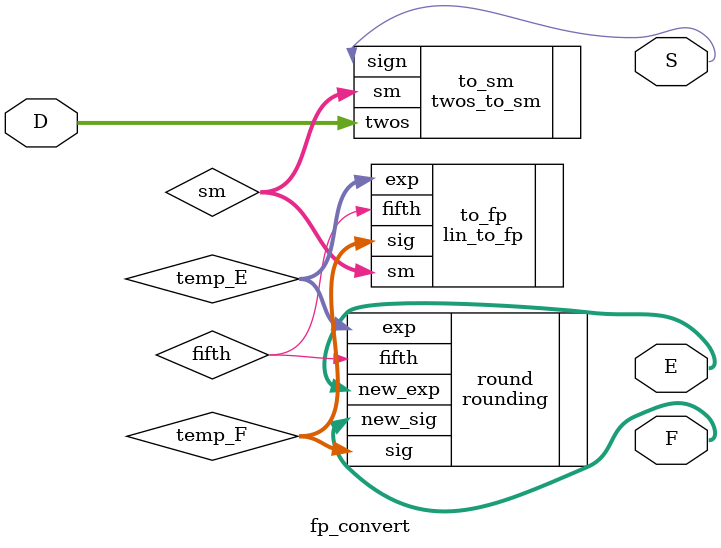
<source format=v>
`timescale 1ns / 1ps

module fp_convert(
    // Input
    D,
    // Outputs
    S,E,F
    );
    
    input [11:0]    D;  // two's complement
    output          S;  // sign bit
    output [2:0]    E;  // exponent bit
    output [3:0]    F;  // significand
    
    reg [11:0]      sm;     // sign magnitude representation
    reg [2:0]       temp_E;
    reg [3:0]       temp_F;
    reg             fifth;  // fifth bit after leading zeroes
    
    // Convert from two's complement to sign magnitude
    twos_to_sm to_sm(
            .twos(D),
            .sm(sm),
            .sign(S)
        );
    
    // Linear to floating point
    lin_to_fp to_fp(
            .sm(sm),
            .exp(temp_E),
            .sig(temp_F),
            .fifth(fifth)
        );
    
    // Adjust for rounding
    rounding round(
            .fifth(fifth),
            .exp(temp_E),
            .sig(temp_F),
            .new_exp(E),
            .new_sig(F)
        );
    
    
endmodule
    
    
    
    
    
    /*
    
    integer         index;  
    reg [2:0]       lead_z;
    reg [2:0]       exp;
    reg [3:0]       sig;
    reg             round;
    
    always @(posedge clk) begin
    
        // If linear encoding is negative, convert to sign-magnitude
        if (S)
            sign_mag = ~D[11:0] + 'b1;
        
        
        
        
        // ******* we should put these in separate blocks ********
        
        
        // EXPONENT
        // Count leading 0's
        for (index = 0; index < 8; index = index + 1) begin
            if (D[11 - index])
                break;
            lead_z = lead_z + 'b1;
          end
        
        // If 8+ leading 0's, set exp to 0
        exp = ~lead_z[2:0];
        
        // Otherwise set to ~lead_z + 1
        if (~(lead_z[0] & lead_z[1] & lead_z[2] & D[11-index]))
            exp = exp + 'b1;
            
            
            
        // SIGNIFICAND
        // Find index of first 1 to extract significand
        while (~D[11-index])
            index = index + 1;
         
        // Extract significand, the 4 bits after leading zeroes
        for (integer i = 3; i >= 0; i = i - 1) begin
            sig[i] = D[11-index];
            index = index - 1;
          end
        
        
        
        // ROUNDING
        round = D[11 - index];
        
        // Check whether exp needs to be rounded up
        if (round)
            if (sig[0] & sig[1] & sig[2] & sig[3])
                if (~(exp[0] & exp[1] & exp[2]))
                  begin
                    exp = exp + 'b1;
                    sig[3:0] = 4'b1000;
                  end
            else
                sig = sig + 'b1;
        
      end
      
    assign E = exp[2:0];
    assign F = sig[3:0];
    
    */

</source>
